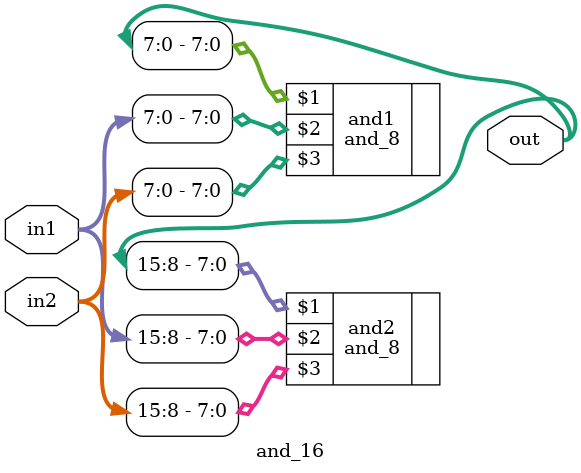
<source format=v>
module and_16(out, in1, in2);

	input [15:0] in1, in2;
	output [15:0] out;
	
	and_8 and1(out[7:0], in1[7:0], in2[7:0]);
	and_8 and2(out[15:8], in1[15:8], in2[15:8]);
	
endmodule

</source>
